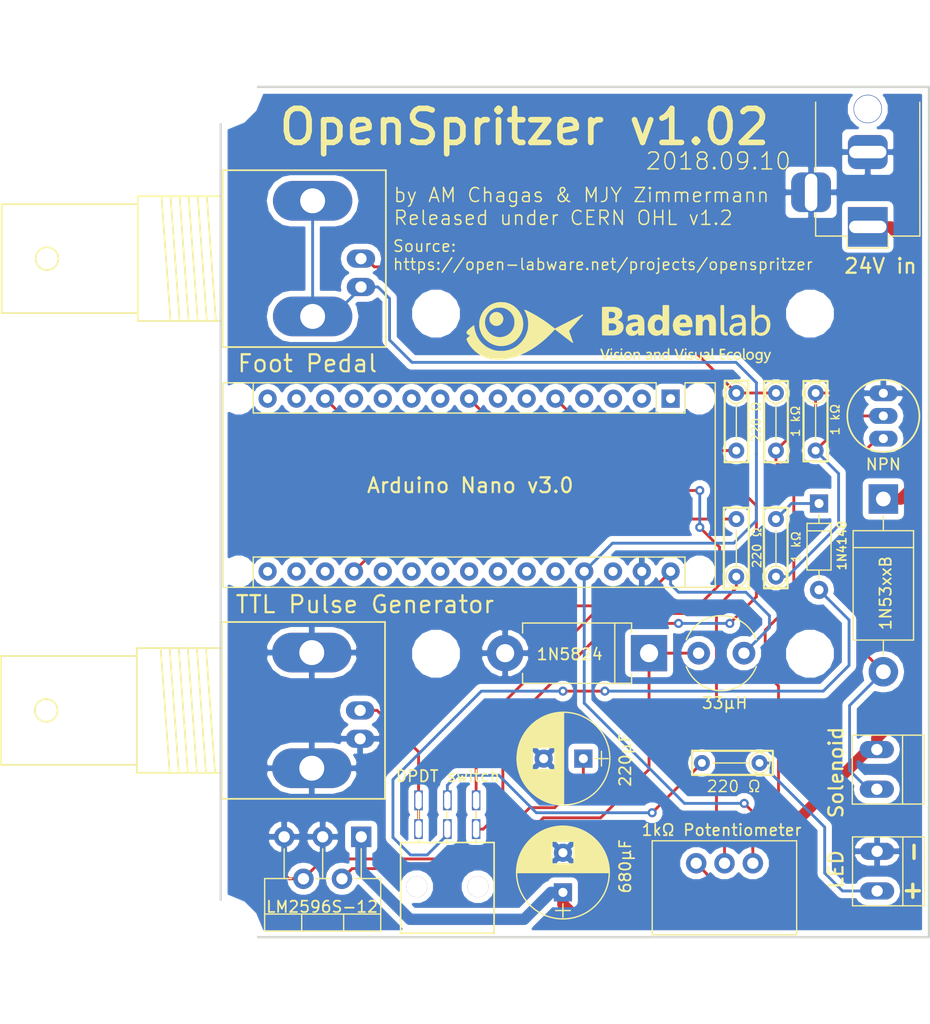
<source format=kicad_pcb>
(kicad_pcb (version 20171130) (host pcbnew "(5.0.0)")
  (layers (0 F.Cu signal) (31 B.Cu signal) (34 B.Paste user) (35 F.Paste user) (36 B.SilkS user) (37 F.SilkS user) (38 B.Mask user) (39 F.Mask user) (44 Edge.Cuts user))
  (net 0 "")
  (net 1 "Net-(A1-Pad16)")
  (net 2 "Net-(A1-Pad15)")
  (net 3 "Net-(A1-Pad30)")
  (net 4 "Net-(A1-Pad14)")
  (net 5 GNDREF)
  (net 6 "Net-(A1-Pad13)")
  (net 7 "Net-(A1-Pad28)")
  (net 8 "Net-(A1-Pad12)")
  (net 9 "Net-(A1-Pad27)")
  (net 10 "Net-(A1-Pad11)")
  (net 11 "Net-(A1-Pad26)")
  (net 12 "Net-(A1-Pad10)")
  (net 13 "Net-(A1-Pad25)")
  (net 14 "Net-(A1-Pad9)")
  (net 15 "Net-(A1-Pad24)")
  (net 16 "Net-(A1-Pad8)")
  (net 17 "Net-(A1-Pad23)")
  (net 18 "Net-(A1-Pad7)")
  (net 19 "Net-(A1-Pad22)")
  (net 20 "Net-(A1-Pad6)")
  (net 21 "Net-(A1-Pad21)")
  (net 22 "Net-(A1-Pad5)")
  (net 23 "Net-(A1-Pad20)")
  (net 24 "Net-(A1-Pad19)")
  (net 25 "Net-(A1-Pad3)")
  (net 26 "Net-(A1-Pad18)")
  (net 27 "Net-(A1-Pad2)")
  (net 28 "Net-(A1-Pad17)")
  (net 29 "Net-(A1-Pad1)")
  (net 30 "Net-(D1-Pad2)")
  (net 31 "Net-(D2-Pad2)")
  (net 32 "Net-(D2-Pad1)")
  (net 33 "Net-(D3-Pad2)")
  (net 34 "Net-(J1-Pad1)")
  (net 35 "Net-(Q1-Pad2)")
  (net 36 "Net-(R1-Pad1)")
  (net 37 "Net-(R2-Pad2)")
  (net 38 "Net-(C1-Pad1)")
  (net 39 "Net-(D4-Pad1)")
  (net 40 "Net-(A1-Pad4)")
  (net 41 "Net-(J4-Pad1)")
  (net 42 "Net-(Q1-Pad1)")
  (module Maxime:BarrelJack_Horizontal_maxime (layer F.Cu) (at 157.1 72.85 270)
    (fp_text reference "" hide)
    (fp_text value "24V in" (at 17.95 -1.125 180) (layer F.SilkS) (effects (font (size 1.3 1.3) (thickness 0.2))))
    (pad 3 thru_hole roundrect (at 11.45 5 270) (size 3.5 3.5) (drill oval 3.3 1.1) (layers *.Cu *.Mask) (net 5 GNDREF))
    (pad 2 thru_hole roundrect (at 7.9 0 270) (size 3 3.5) (drill oval 1.1 3.3) (layers *.Cu *.Mask) (net 5 GNDREF))
    (pad 1 thru_hole rect (at 14.5 0 270) (size 3.5 3.5) (drill oval 1.1 3.3) (layers *.Cu *.Mask) (net 38 "Net-(C1-Pad1)"))
    (pad 4 thru_hole circle (at 4.1 0 270) (size 2.5 2.5) (drill 2.4) (layers *.Cu *.Mask))
  )
  (module Maxime:Potentiometer (layer F.Cu) (at 144.45 143.5 270)
    (fp_text reference "" hide)
    (fp_text value "1kΩ Potentiometer" (at -2.95 0.25 180) (layer F.SilkS))
    (pad 3 thru_hole circle (at -0.02 -2.51 270) (size 1.8 1.8) (drill 1) (layers *.Cu *.Mask) (net 9 "Net-(A1-Pad27)"))
    (pad 2 thru_hole circle (at -0.02 -0.01 270) (size 1.8 1.8) (drill 1) (layers *.Cu *.Mask) (net 36 "Net-(R1-Pad1)"))
    (pad 1 thru_hole circle (at -0.02 2.49 270) (size 1.8 1.8) (drill 1) (layers *.Cu *.Mask) (net 42 "Net-(Q1-Pad1)"))
  )
  (module MountingHole:MountingHole_6.4mm_M6 (layer F.Cu) (at 100 150)
    (fp_text reference "" (at 0 -7.4) (layer F.SilkS))
    (fp_text value "")
    (pad 1 np_thru_hole circle (at 0 0) (size 6.4 6.4) (drill 6.4) (layers *.Cu *.Mask))
  )
  (module MountingHole:MountingHole_6.4mm_M6 (layer F.Cu) (at 100 75)
    (fp_text reference "" (at 0 -7.4) (layer F.SilkS))
    (fp_text value "")
    (pad 1 np_thru_hole circle (at 0 0) (size 6.4 6.4) (drill 6.4) (layers *.Cu *.Mask))
  )
  (module Maxime:OldSowjetaera_Transistor_Type-I_BigPads (layer F.Cu) (at 158.475 104.025 270)
    (fp_text reference "" hide)
    (fp_text value NPN (at 4.275 0 180) (layer F.SilkS))
    (pad 2 thru_hole oval (at 0 0 270) (size 1.4 2.5) (drill 0.8) (layers *.Cu *.Mask) (net 35 "Net-(Q1-Pad2)"))
    (pad 1 thru_hole oval (at -2 0 270) (size 1.4 2.5) (drill 0.8) (layers *.Cu *.Mask) (net 5 GNDREF))
    (pad 3 thru_hole oval (at 2 0 270) (size 1.4 2.5) (drill 0.8) (layers *.Cu *.Mask) (net 33 "Net-(D3-Pad2)"))
  )
  (module Diodes_THT:D_DO-201AD_P12.70mm_Horizontal (layer F.Cu) (at 137.8 124.95 180)
    (fp_text reference "" hide)
    (fp_text value 1N5824 (at 7 -0.1 180) (layer F.SilkS))
    (pad 1 thru_hole rect (at 0 0 180) (size 3.2 3.2) (drill 1.6) (layers *.Cu *.Mask) (net 39 "Net-(D4-Pad1)"))
    (pad 2 thru_hole oval (at 12.7 0 180) (size 3.2 3.2) (drill 1.6) (layers *.Cu *.Mask) (net 5 GNDREF))
  )
  (module Maxime:maxi_DPDT_Angled (layer F.Cu) (at 120 149.65)
    (fp_text reference "" hide)
    (fp_text value "DPDT switch" (at 0.05 -13.85 180) (layer F.SilkS))
    (pad 1 thru_hole rect (at -2.54 -11.72) (size 0.75 1.75) (drill oval 0.55 1.55) (layers *.Cu *.Mask) (net 41 "Net-(J4-Pad1)"))
    (pad 2 thru_hole rect (at 0 -11.72) (size 0.75 1.75) (drill oval 0.55 1.55) (layers *.Cu *.Mask) (net 37 "Net-(R2-Pad2)"))
    (pad 3 thru_hole rect (at 2.54 -11.72) (size 0.75 1.75) (drill oval 0.55 1.55) (layers *.Cu *.Mask) (net 6 "Net-(A1-Pad13)"))
    (pad 4 thru_hole rect (at -2.54 -9.18) (size 0.75 1.75) (drill oval 0.55 1.55) (layers *.Cu *.Mask) (net 41 "Net-(J4-Pad1)"))
    (pad 5 thru_hole rect (at 0 -9.18) (size 0.75 1.75) (drill oval 0.55 1.55) (layers *.Cu *.Mask) (net 31 "Net-(D2-Pad2)"))
    (pad 6 thru_hole rect (at 2.54 -9.18) (size 0.75 1.75) (drill oval 0.55 1.55) (layers *.Cu *.Mask) (net 16 "Net-(A1-Pad8)"))
    (pad 7 thru_hole circle (at -2.7 -4.1) (size 1.85 1.85) (drill 1.85) (layers *.Cu *.Mask))
    (pad 8 thru_hole circle (at 2.7 -4.1) (size 1.85 1.85) (drill 1.85) (layers *.Cu *.Mask))
  )
  (module Capacitors_THT:CP_Radial_D8.0mm_P3.50mm (layer F.Cu) (at 130.2 146.05 90)
    (fp_text reference "" hide)
    (fp_text value 680μF (at 2.3 5.5 90) (layer F.SilkS))
    (pad 1 thru_hole rect (at 0 0 90) (size 1.6 1.6) (drill 0.8) (layers *.Cu *.Mask) (net 38 "Net-(C1-Pad1)"))
    (pad 2 thru_hole circle (at 3.5 0 90) (size 1.6 1.6) (drill 0.8) (layers *.Cu *.Mask) (net 5 GNDREF))
  )
  (module Resistor_THT:R_Axial_DIN0204_L3.6mm_D1.6mm_P5.08mm_Vertical (layer F.Cu) (at 145.5 102 270)
    (fp_text reference "" (at 2.54 -1.92 270) (layer F.SilkS))
    (fp_text value "220 Ω" (at 2.55 -1.75 270) (layer F.SilkS) (effects (font (size 0.75 0.75) (thickness 0.125))))
    (pad 2 thru_hole oval (at 5.08 0 270) (size 1.4 1.4) (drill 0.7) (layers *.Cu *.Mask) (net 22 "Net-(A1-Pad5)"))
    (pad 1 thru_hole circle (at 0 0 270) (size 1.4 1.4) (drill 0.7) (layers *.Cu *.Mask) (net 34 "Net-(J1-Pad1)"))
  )
  (module Resistor_THT:R_Axial_DIN0204_L3.6mm_D1.6mm_P5.08mm_Vertical (layer F.Cu) (at 149 102 270)
    (fp_text reference "" (at 2.54 -1.92 270) (layer F.SilkS))
    (fp_text value "1 kΩ" (at 2.5 -1.725 270) (layer F.SilkS) (effects (font (size 0.75 0.75) (thickness 0.125))))
    (pad 2 thru_hole oval (at 5.08 0 270) (size 1.4 1.4) (drill 0.7) (layers *.Cu *.Mask) (net 42 "Net-(Q1-Pad1)"))
    (pad 1 thru_hole circle (at 0 0 270) (size 1.4 1.4) (drill 0.7) (layers *.Cu *.Mask) (net 34 "Net-(J1-Pad1)"))
  )
  (module Resistor_THT:R_Axial_DIN0204_L3.6mm_D1.6mm_P5.08mm_Vertical (layer F.Cu) (at 152.5 102 270)
    (fp_text reference "" (at 2.54 -1.92 270) (layer F.SilkS))
    (fp_text value "1 kΩ" (at 2.35 -1.725 270) (layer F.SilkS) (effects (font (size 0.75 0.75) (thickness 0.125))))
    (pad 2 thru_hole oval (at 5.08 0 270) (size 1.4 1.4) (drill 0.7) (layers *.Cu *.Mask) (net 35 "Net-(Q1-Pad2)"))
    (pad 1 thru_hole circle (at 0 0 270) (size 1.4 1.4) (drill 0.7) (layers *.Cu *.Mask) (net 42 "Net-(Q1-Pad1)"))
  )
  (module Resistor_THT:R_Axial_DIN0204_L3.6mm_D1.6mm_P5.08mm_Vertical (layer F.Cu) (at 149 118.2 90)
    (fp_text reference "" (at 2.54 -1.92 90) (layer F.SilkS))
    (fp_text value "1 kΩ" (at 2.625 1.775 270) (layer F.SilkS) (effects (font (size 0.75 0.75) (thickness 0.125))))
    (pad 2 thru_hole oval (at 5.08 0 90) (size 1.4 1.4) (drill 0.7) (layers *.Cu *.Mask) (net 32 "Net-(D2-Pad1)"))
    (pad 1 thru_hole circle (at 0 0 90) (size 1.4 1.4) (drill 0.7) (layers *.Cu *.Mask) (net 35 "Net-(Q1-Pad2)"))
  )
  (module Resistor_THT:R_Axial_DIN0204_L3.6mm_D1.6mm_P5.08mm_Vertical (layer F.Cu) (at 145.5 118.2 90)
    (fp_text reference "" (at 2.54 -1.92 90) (layer F.SilkS))
    (fp_text value "220 Ω" (at 2.55 1.825 270) (layer F.SilkS) (effects (font (size 0.75 0.75) (thickness 0.125))))
    (pad 2 thru_hole oval (at 5.08 0 90) (size 1.4 1.4) (drill 0.7) (layers *.Cu *.Mask) (net 24 "Net-(A1-Pad19)"))
    (pad 1 thru_hole circle (at 0 0 90) (size 1.4 1.4) (drill 0.7) (layers *.Cu *.Mask) (net 36 "Net-(R1-Pad1)"))
  )
  (module Capacitors_THT:CP_Radial_D8.0mm_P3.50mm (layer F.Cu) (at 132 134.25 180)
    (fp_text reference "" hide)
    (fp_text value 220μF (at -3.7 -0.1 90) (layer F.SilkS))
    (pad 2 thru_hole circle (at 3.5 0 180) (size 1.6 1.6) (drill 0.8) (layers *.Cu *.Mask) (net 5 GNDREF))
    (pad 1 thru_hole rect (at 0 0 180) (size 1.6 1.6) (drill 0.8) (layers *.Cu *.Mask) (net 3 "Net-(A1-Pad30)"))
  )
  (module Resistor_THT:R_Axial_DIN0204_L3.6mm_D1.6mm_P5.08mm_Vertical (layer F.Cu) (at 147.545479 134.63452 180)
    (fp_text reference "" (at 2.54 -1.92 180) (layer F.SilkS))
    (fp_text value "220 Ω" (at 2.270479 -2.06548 180) (layer F.SilkS) (effects (font (thickness 0.125))))
    (pad 2 thru_hole oval (at 5.08 0 180) (size 1.4 1.4) (drill 0.7) (layers *.Cu *.Mask) (net 37 "Net-(R2-Pad2)"))
    (pad 1 thru_hole circle (at 0 0 180) (size 1.4 1.4) (drill 0.7) (layers *.Cu *.Mask) (net 30 "Net-(D1-Pad2)"))
  )
  (module Mounting_Holes:MountingHole_3.2mm_M3 (layer F.Cu) (at 119 95)
    (fp_text reference "" hide)
    (fp_text value "")
    (pad 1 np_thru_hole circle (at 0 0) (size 3.2 3.2) (drill 3.2) (layers *.Cu *.Mask))
  )
  (module Mounting_Holes:MountingHole_3.2mm_M3 (layer F.Cu) (at 119 125 90)
    (fp_text reference "" hide)
    (fp_text value "")
    (pad 1 np_thru_hole circle (at 0 0 90) (size 3.2 3.2) (drill 3.2) (layers *.Cu *.Mask))
  )
  (module Maxime:maxi_PINHEAD1-2 (layer F.Cu) (at 158.925 142.425 270)
    (fp_text reference "" hide)
    (fp_text value LED (at 1.6 4.625 90) (layer F.SilkS) (effects (font (size 1.25 1.25) (thickness 0.2))))
    (pad 1 thru_hole oval (at 0 1 270) (size 1.51 3.01) (drill 1) (layers *.Cu *.Mask) (net 5 GNDREF))
    (pad 2 thru_hole oval (at 3.5 1 270) (size 1.51 3.01) (drill 1) (layers *.Cu *.Mask) (net 30 "Net-(D1-Pad2)"))
  )
  (module Maxime:maxi_PINHEAD1-2 (layer F.Cu) (at 158.9 133.45 270)
    (fp_text reference "" hide)
    (fp_text value Solenoid (at 2.025 4.6 90) (layer F.SilkS) (effects (font (size 1.25 1.25) (thickness 0.2))))
    (pad 2 thru_hole oval (at 3.5 1 270) (size 1.51 3.01) (drill 1) (layers *.Cu *.Mask) (net 33 "Net-(D3-Pad2)"))
    (pad 1 thru_hole oval (at 0 1 270) (size 1.51 3.01) (drill 1) (layers *.Cu *.Mask) (net 38 "Net-(C1-Pad1)"))
  )
  (module Maxime:BNC_Socket_TYCO-AMP_LargePads (layer F.Cu) (at 107.375 90.15 90)
    (fp_text reference "" (at 0.508 9.652 90) (layer F.SilkS))
    (fp_text value "Foot Pedal" (at -9.25 0.275 180) (layer F.SilkS) (effects (font (size 1.5 1.5) (thickness 0.2))))
    (pad 2 thru_hole oval (at -5.09778 0.7366 90) (size 3.50012 7.00024) (drill 2.19964) (layers *.Cu *.Mask) (net 9 "Net-(A1-Pad27)"))
    (pad 2 thru_hole oval (at 5.10032 0.7366 90) (size 3.50012 7.00024) (drill 2.19964) (layers *.Cu *.Mask) (net 9 "Net-(A1-Pad27)"))
    (pad 1 thru_hole oval (at 0 5.00126 90) (size 1.6002 2.49936) (drill 1.00076) (layers *.Cu *.Mask) (net 34 "Net-(J1-Pad1)"))
    (pad 2 thru_hole oval (at -2.49936 5.00126 90) (size 1.6002 2.49936) (drill 1.00076) (layers *.Cu *.Mask) (net 9 "Net-(A1-Pad27)"))
  )
  (module Modules:Arduino_Nano_WithMountingHoles (layer F.Cu) (at 139.7 102.5 270)
    (fp_text reference "" hide)
    (fp_text value "Arduino Nano v3.0" (at 7.65 17.675) (layer F.SilkS) (effects (font (size 1.3 1.3) (thickness 0.2))))
    (pad 1 thru_hole rect (at 0 0 270) (size 1.6 1.6) (drill 0.8) (layers *.Cu *.Mask) (net 29 "Net-(A1-Pad1)"))
    (pad 17 thru_hole oval (at 15.24 33.02 270) (size 1.6 1.6) (drill 0.8) (layers *.Cu *.Mask) (net 28 "Net-(A1-Pad17)"))
    (pad 2 thru_hole oval (at 0 2.54 270) (size 1.6 1.6) (drill 0.8) (layers *.Cu *.Mask) (net 27 "Net-(A1-Pad2)"))
    (pad 18 thru_hole oval (at 15.24 30.48 270) (size 1.6 1.6) (drill 0.8) (layers *.Cu *.Mask) (net 26 "Net-(A1-Pad18)"))
    (pad 3 thru_hole oval (at 0 5.08 270) (size 1.6 1.6) (drill 0.8) (layers *.Cu *.Mask) (net 25 "Net-(A1-Pad3)"))
    (pad 19 thru_hole oval (at 15.24 27.94 270) (size 1.6 1.6) (drill 0.8) (layers *.Cu *.Mask) (net 24 "Net-(A1-Pad19)"))
    (pad 4 thru_hole oval (at 0 7.62 270) (size 1.6 1.6) (drill 0.8) (layers *.Cu *.Mask) (net 40 "Net-(A1-Pad4)"))
    (pad 20 thru_hole oval (at 15.24 25.4 270) (size 1.6 1.6) (drill 0.8) (layers *.Cu *.Mask) (net 23 "Net-(A1-Pad20)"))
    (pad 5 thru_hole oval (at 0 10.16 270) (size 1.6 1.6) (drill 0.8) (layers *.Cu *.Mask) (net 22 "Net-(A1-Pad5)"))
    (pad 21 thru_hole oval (at 15.24 22.86 270) (size 1.6 1.6) (drill 0.8) (layers *.Cu *.Mask) (net 21 "Net-(A1-Pad21)"))
    (pad 6 thru_hole oval (at 0 12.7 270) (size 1.6 1.6) (drill 0.8) (layers *.Cu *.Mask) (net 20 "Net-(A1-Pad6)"))
    (pad 22 thru_hole oval (at 15.24 20.32 270) (size 1.6 1.6) (drill 0.8) (layers *.Cu *.Mask) (net 19 "Net-(A1-Pad22)"))
    (pad 7 thru_hole oval (at 0 15.24 270) (size 1.6 1.6) (drill 0.8) (layers *.Cu *.Mask) (net 18 "Net-(A1-Pad7)"))
    (pad 23 thru_hole oval (at 15.24 17.78 270) (size 1.6 1.6) (drill 0.8) (layers *.Cu *.Mask) (net 17 "Net-(A1-Pad23)"))
    (pad 8 thru_hole oval (at 0 17.78 270) (size 1.6 1.6) (drill 0.8) (layers *.Cu *.Mask) (net 16 "Net-(A1-Pad8)"))
    (pad 24 thru_hole oval (at 15.24 15.24 270) (size 1.6 1.6) (drill 0.8) (layers *.Cu *.Mask) (net 15 "Net-(A1-Pad24)"))
    (pad 9 thru_hole oval (at 0 20.32 270) (size 1.6 1.6) (drill 0.8) (layers *.Cu *.Mask) (net 14 "Net-(A1-Pad9)"))
    (pad 25 thru_hole oval (at 15.24 12.7 270) (size 1.6 1.6) (drill 0.8) (layers *.Cu *.Mask) (net 13 "Net-(A1-Pad25)"))
    (pad 10 thru_hole oval (at 0 22.86 270) (size 1.6 1.6) (drill 0.8) (layers *.Cu *.Mask) (net 12 "Net-(A1-Pad10)"))
    (pad 26 thru_hole oval (at 15.24 10.16 270) (size 1.6 1.6) (drill 0.8) (layers *.Cu *.Mask) (net 11 "Net-(A1-Pad26)"))
    (pad 11 thru_hole oval (at 0 25.4 270) (size 1.6 1.6) (drill 0.8) (layers *.Cu *.Mask) (net 10 "Net-(A1-Pad11)"))
    (pad 27 thru_hole oval (at 15.24 7.62 270) (size 1.6 1.6) (drill 0.8) (layers *.Cu *.Mask) (net 9 "Net-(A1-Pad27)"))
    (pad 12 thru_hole oval (at 0 27.94 270) (size 1.6 1.6) (drill 0.8) (layers *.Cu *.Mask) (net 8 "Net-(A1-Pad12)"))
    (pad 28 thru_hole oval (at 15.24 5.08 270) (size 1.6 1.6) (drill 0.8) (layers *.Cu *.Mask) (net 7 "Net-(A1-Pad28)"))
    (pad 13 thru_hole oval (at 0 30.48 270) (size 1.6 1.6) (drill 0.8) (layers *.Cu *.Mask) (net 6 "Net-(A1-Pad13)"))
    (pad 29 thru_hole oval (at 15.24 2.54 270) (size 1.6 1.6) (drill 0.8) (layers *.Cu *.Mask) (net 5 GNDREF))
    (pad 14 thru_hole oval (at 0 33.02 270) (size 1.6 1.6) (drill 0.8) (layers *.Cu *.Mask) (net 4 "Net-(A1-Pad14)"))
    (pad 30 thru_hole oval (at 15.24 0 270) (size 1.6 1.6) (drill 0.8) (layers *.Cu *.Mask) (net 3 "Net-(A1-Pad30)"))
    (pad 15 thru_hole oval (at 0 35.56 270) (size 1.6 1.6) (drill 0.8) (layers *.Cu *.Mask) (net 2 "Net-(A1-Pad15)"))
    (pad 16 thru_hole oval (at 15.24 35.56 270) (size 1.6 1.6) (drill 0.8) (layers *.Cu *.Mask) (net 1 "Net-(A1-Pad16)"))
    (pad "" np_thru_hole circle (at 0 -2.54 270) (size 1.78 1.78) (drill 1.78) (layers *.Cu *.Mask))
    (pad "" np_thru_hole circle (at 15.24 -2.54 270) (size 1.78 1.78) (drill 1.78) (layers *.Cu *.Mask))
    (pad "" np_thru_hole circle (at 15.24 38.1 270) (size 1.78 1.78) (drill 1.78) (layers *.Cu *.Mask))
    (pad "" np_thru_hole circle (at 0 38.1 270) (size 1.78 1.78) (drill 1.78) (layers *.Cu *.Mask))
  )
  (module Diodes_THT:D_DO-35_SOD27_P7.62mm_Horizontal (layer F.Cu) (at 152.8 111.75 270)
    (fp_text reference "" hide)
    (fp_text value 1N4148 (at 3.7 -2.025 270) (layer F.SilkS) (effects (font (size 0.75 0.75))))
    (pad 1 thru_hole rect (at 0 0 270) (size 1.6 1.6) (drill 0.8) (layers *.Cu *.Mask) (net 32 "Net-(D2-Pad1)"))
    (pad 2 thru_hole oval (at 7.62 0 270) (size 1.6 1.6) (drill 0.8) (layers *.Cu *.Mask) (net 31 "Net-(D2-Pad2)"))
  )
  (module Diodes_THT:D_DO-201_P15.24mm_Horizontal (layer F.Cu) (at 158.475 111.35 270)
    (fp_text reference "" hide)
    (fp_text value 1N53xxB (at 8.3 -0.2 270) (layer F.SilkS))
    (pad 1 thru_hole rect (at 0 0 270) (size 2.6 2.6) (drill 1.3) (layers *.Cu *.Mask) (net 38 "Net-(C1-Pad1)"))
    (pad 2 thru_hole oval (at 15.24 0 270) (size 2.6 2.6) (drill 1.3) (layers *.Cu *.Mask) (net 33 "Net-(D3-Pad2)"))
  )
  (module Mounting_Holes:MountingHole_3.2mm_M3 (layer F.Cu) (at 152 95)
    (fp_text reference "" (at 0 -4.2) (layer F.SilkS))
    (fp_text value "" hide)
    (pad 1 np_thru_hole circle (at 0 0) (size 3.2 3.2) (drill 3.2) (layers *.Cu *.Mask))
  )
  (module Inductors_THT:L_Radial_D6.0mm_P4.00mm (layer F.Cu) (at 146.175 124.95 180)
    (fp_text reference "" hide)
    (fp_text value 33μH (at 1.7 -4.4) (layer F.SilkS))
    (pad 1 thru_hole circle (at 0 0 180) (size 2 2) (drill 1) (layers *.Cu *.Mask) (net 3 "Net-(A1-Pad30)"))
    (pad 2 thru_hole circle (at 4 0 180) (size 2 2) (drill 1) (layers *.Cu *.Mask) (net 39 "Net-(D4-Pad1)"))
  )
  (module TO_SOT_Packages_THT:TO-220-5_Vertical_StaggeredType1 (layer F.Cu) (at 112.4 141.15 180)
    (fp_text reference "" hide)
    (fp_text value LM2596S-12 (at 3.45 -6.175) (layer F.SilkS))
    (pad 1 thru_hole rect (at 0 0 180) (size 1.8 1.8) (drill 1) (layers *.Cu *.Mask) (net 38 "Net-(C1-Pad1)"))
    (pad 2 thru_hole oval (at 1.7 -3.7 180) (size 1.8 1.8) (drill 1) (layers *.Cu *.Mask) (net 39 "Net-(D4-Pad1)"))
    (pad 3 thru_hole oval (at 3.4 0 180) (size 1.8 1.8) (drill 1) (layers *.Cu *.Mask) (net 5 GNDREF))
    (pad 4 thru_hole oval (at 5.1 -3.7 180) (size 1.8 1.8) (drill 1) (layers *.Cu *.Mask) (net 3 "Net-(A1-Pad30)"))
    (pad 5 thru_hole oval (at 6.8 0 180) (size 1.8 1.8) (drill 1) (layers *.Cu *.Mask) (net 5 GNDREF))
  )
  (module Mounting_Holes:MountingHole_3.2mm_M3 (layer F.Cu) (at 152 125)
    (fp_text reference "" hide)
    (fp_text value "")
    (pad 1 np_thru_hole circle (at 0 0) (size 3.2 3.2) (drill 3.2) (layers *.Cu *.Mask))
  )
  (module Maxime:BNC_Socket_TYCO-AMP_LargePads (layer F.Cu) (at 107.3 130 90)
    (fp_text reference "" (at 0.508 9.652 90) (layer F.SilkS))
    (fp_text value "TTL Pulse Generator" (at 9.35 5.425 180) (layer F.SilkS) (effects (font (size 1.5 1.5) (thickness 0.2))))
    (pad 2 thru_hole oval (at -2.49936 5.00126 90) (size 1.6002 2.49936) (drill 1.00076) (layers *.Cu *.Mask) (net 5 GNDREF))
    (pad 1 thru_hole oval (at 0 5.00126 90) (size 1.6002 2.49936) (drill 1.00076) (layers *.Cu *.Mask) (net 41 "Net-(J4-Pad1)"))
    (pad 2 thru_hole oval (at 5.10032 0.7366 90) (size 3.50012 7.00024) (drill 2.19964) (layers *.Cu *.Mask) (net 5 GNDREF))
    (pad 2 thru_hole oval (at -5.09778 0.7366 90) (size 3.50012 7.00024) (drill 2.19964) (layers *.Cu *.Mask) (net 5 GNDREF))
  )
  (module "Maxime:new_logo 2500" (layer F.Cu) (at 135.275 96.9)
    (fp_text reference "" hide)
    (fp_text value "" hide)
  )
  (gr_line (start 151.43 108.025) (end 151.43 100.95) (layer F.SilkS) (width 0.2))
  (gr_line (start 153.55 108.025) (end 151.45 108.025) (layer F.SilkS) (width 0.2))
  (gr_line (start 153.55 107.975) (end 153.55 108.025) (layer F.SilkS) (width 0.2))
  (gr_line (start 153.55 100.95) (end 153.55 107.975) (layer F.SilkS) (width 0.2))
  (gr_line (start 151.425 100.95) (end 153.55 100.95) (layer F.SilkS) (width 0.2))
  (gr_line (start 147.95 108.075) (end 147.95 100.975) (layer F.SilkS) (width 0.2))
  (gr_line (start 150.05 108.1) (end 148 108.1) (layer F.SilkS) (width 0.2))
  (gr_line (start 150.05 100.95) (end 150.05 108.075) (layer F.SilkS) (width 0.2))
  (gr_line (start 148 100.95) (end 150.05 100.95) (layer F.SilkS) (width 0.2))
  (gr_line (start 144.525 100.925) (end 144.475 100.925) (layer F.SilkS) (width 0.2))
  (gr_line (start 146.55 100.925) (end 144.525 100.925) (layer F.SilkS) (width 0.2))
  (gr_line (start 146.55 108.1) (end 146.55 100.925) (layer F.SilkS) (width 0.2))
  (gr_line (start 144.475 108.1) (end 146.55 108.1) (layer F.SilkS) (width 0.2))
  (gr_line (start 144.475 108.05) (end 144.475 108.1) (layer F.SilkS) (width 0.2))
  (gr_line (start 144.475 108.025) (end 144.475 108.05) (layer F.SilkS) (width 0.2))
  (gr_line (start 144.475 100.95) (end 144.475 108.025) (layer F.SilkS) (width 0.2))
  (gr_line (start 148.720479 135.68452) (end 141.620479 135.68452) (layer F.SilkS) (width 0.2))
  (gr_line (start 148.720479 135.65952) (end 148.720479 135.68452) (layer F.SilkS) (width 0.2))
  (gr_line (start 148.720479 133.55952) (end 148.720479 135.65952) (layer F.SilkS) (width 0.2))
  (gr_line (start 141.620479 133.55952) (end 148.695479 133.55952) (layer F.SilkS) (width 0.2))
  (gr_line (start 141.595479 135.68452) (end 141.595479 133.55952) (layer F.SilkS) (width 0.2))
  (gr_line (start 147.95 119.225) (end 147.925 112.125) (layer F.SilkS) (width 0.2))
  (gr_line (start 150.025 119.225) (end 147.95 119.225) (layer F.SilkS) (width 0.2))
  (gr_line (start 150.025 112.125) (end 150.025 119.225) (layer F.SilkS) (width 0.2))
  (gr_line (start 147.95 112.125) (end 150.025 112.125) (layer F.SilkS) (width 0.2))
  (gr_line (start 144.4 112.125) (end 146.6 112.125) (layer F.SilkS) (width 0.2))
  (gr_line (start 146.6 119.25) (end 146.6 112.15) (layer F.SilkS) (width 0.2))
  (gr_line (start 144.4 119.25) (end 146.6 119.25) (layer F.SilkS) (width 0.2))
  (gr_line (start 144.4 112.15) (end 144.4 119.25) (layer F.SilkS) (width 0.2))
  (gr_text 2018.09.10 (at 137.4 81.55) (layer F.SilkS) (effects (font (size 1.5 1.5) (thickness 0.125)) (justify left)))
  (gr_text "by AM Chagas & MJY Zimmermann\nReleased under CERN OHL v1.2" (at 115.175 85.55) (layer F.SilkS) (effects (font (size 1.25 1.25) (thickness 0.125)) (justify left)))
  (gr_text "Source:\nhttps://open-labware.net/projects/openspritzer" (at 115.125 89.85) (layer F.SilkS) (effects (font (size 1 1) (thickness 0.125)) (justify left)))
  (gr_text "OpenSpritzer v1.02\n\n" (at 126.8 80.95) (layer F.SilkS) (effects (font (size 3 3) (thickness 0.5))))
  (gr_line (start 100 75) (end 100 150) (layer Edge.Cuts) (width 0.2))
  (gr_line (start 100 75) (end 162.5 75) (layer Edge.Cuts) (width 0.2))
  (gr_line (start 162.5 75) (end 162.5 150) (layer Edge.Cuts) (width 0.2))
  (gr_line (start 100 150) (end 162.5 150) (layer Edge.Cuts) (width 0.2))
  (target plus (at 100.013005 150.025366) (size 5) (width 0.15) (layer Edge.Cuts))
  (gr_text + (at 161.075 145.8) (layer F.SilkS) (effects (font (size 1.5 1.5) (thickness 0.3))))
  (gr_text - (at 161.075 142.475 90) (layer F.SilkS) (effects (font (size 1.5 1.5) (thickness 0.3)) (justify mirror)))
  (segment (start 136.665 120.775) (end 139.7 117.74) (width 0.25) (layer F.Cu) (net 3))
  (segment (start 105.9 120.775) (end 136.665 120.775) (width 0.25) (layer F.Cu) (net 3))
  (segment (start 102.625 124.05) (end 105.9 120.775) (width 0.25) (layer F.Cu) (net 3))
  (segment (start 102.625 141.447792) (end 102.625 124.05) (width 0.25) (layer F.Cu) (net 3))
  (segment (start 107.3 144.85) (end 106.027208 144.85) (width 0.25) (layer F.Cu) (net 3))
  (segment (start 106.027208 144.85) (end 102.625 141.447792) (width 0.25) (layer F.Cu) (net 3))
  (segment (start 146.175 124.215) (end 146.175 124.95) (width 0.25) (layer F.Cu) (net 3))
  (segment (start 146.175 124.215) (end 146.175 124.95) (width 0.25) (layer B.Cu) (net 3))
  (segment (start 132 134.25) (end 132 136.05) (width 0.25) (layer F.Cu) (net 3))
  (segment (start 132 136.05) (end 129.475 138.575) (width 0.25) (layer F.Cu) (net 3))
  (segment (start 129.475 138.575) (end 127.275 138.575) (width 0.25) (layer F.Cu) (net 3))
  (segment (start 127.275 138.575) (end 122.75 143.1) (width 0.25) (layer F.Cu) (net 3))
  (segment (start 109.05 143.1) (end 107.3 144.85) (width 0.25) (layer F.Cu) (net 3))
  (segment (start 122.75 143.1) (end 109.05 143.1) (width 0.25) (layer F.Cu) (net 3))
  (segment (start 139.7 118.87137) (end 140.40363 119.575) (width 0.25) (layer B.Cu) (net 3))
  (segment (start 139.7 117.74) (end 139.7 118.87137) (width 0.25) (layer B.Cu) (net 3))
  (segment (start 140.40363 119.575) (end 146.35 119.575) (width 0.25) (layer B.Cu) (net 3))
  (segment (start 146.35 119.575) (end 148.425 121.65) (width 0.25) (layer B.Cu) (net 3))
  (segment (start 148.425 122.7) (end 146.175 124.95) (width 0.25) (layer B.Cu) (net 3))
  (segment (start 148.425 121.65) (end 148.425 122.7) (width 0.25) (layer B.Cu) (net 3))
  (segment (start 152.1 84.3) (end 152.1 86.15) (width 0.25) (layer F.Cu) (net 5))
  (segment (start 109.187166 101.007998) (end 143.974998 101.007998) (width 0.25) (layer B.Cu) (net 5))
  (segment (start 109.22 102.5) (end 117.32 110.6) (width 0.25) (layer F.Cu) (net 6))
  (segment (start 122.54 137.93) (end 122.54 131.735) (width 0.25) (layer F.Cu) (net 6))
  (segment (start 122.54 131.735) (end 129.7 124.575) (width 0.25) (layer F.Cu) (net 6))
  (segment (start 129.7 124.575) (end 129.725 124.575) (width 0.25) (layer F.Cu) (net 6))
  (segment (start 144.025 115.6) (end 142.275 113.85) (width 0.25) (layer F.Cu) (net 6))
  (segment (start 142.275 113.85) (end 142.275 113.85) (width 0.25) (layer F.Cu) (net 6))
  (via (at 142.275 113.85) (size 0.8) (drill 0.4) (layers F.Cu B.Cu) (net 6))
  (via (at 142.275 110.6) (size 0.8) (drill 0.4) (layers F.Cu B.Cu) (net 6))
  (segment (start 117.32 110.6) (end 142.275 110.6) (width 0.25) (layer F.Cu) (net 6))
  (segment (start 142.275 110.6) (end 142.275 113.85) (width 0.25) (layer B.Cu) (net 6))
  (segment (start 129.775 124.575) (end 132.9 121.45) (width 0.25) (layer F.Cu) (net 6))
  (segment (start 129.7 124.575) (end 129.775 124.575) (width 0.25) (layer F.Cu) (net 6))
  (segment (start 141.475 121.45) (end 144.025 118.9) (width 0.25) (layer F.Cu) (net 6))
  (segment (start 132.9 121.45) (end 141.475 121.45) (width 0.25) (layer F.Cu) (net 6))
  (segment (start 144.025 118.9) (end 144.025 115.6) (width 0.25) (layer F.Cu) (net 6))
  (segment (start 108.1116 87.04974) (end 108.1116 95.24778) (width 0.25) (layer B.Cu) (net 9))
  (segment (start 108.1116 85.04968) (end 108.1116 87.04974) (width 0.25) (layer B.Cu) (net 9))
  (segment (start 112.37626 92.73318) (end 112.37626 92.64936) (width 0.25) (layer B.Cu) (net 9))
  (segment (start 109.86166 95.24778) (end 112.37626 92.73318) (width 0.25) (layer B.Cu) (net 9))
  (segment (start 108.1116 95.24778) (end 109.86166 95.24778) (width 0.25) (layer B.Cu) (net 9))
  (segment (start 113.87594 92.64936) (end 114.9 93.67342) (width 0.25) (layer B.Cu) (net 9))
  (segment (start 112.37626 92.64936) (end 113.87594 92.64936) (width 0.25) (layer B.Cu) (net 9))
  (segment (start 114.9 93.67342) (end 114.9 97.325) (width 0.25) (layer B.Cu) (net 9))
  (segment (start 114.9 97.325) (end 116.875 99.3) (width 0.25) (layer B.Cu) (net 9))
  (segment (start 116.875 99.3) (end 145.475 99.3) (width 0.25) (layer B.Cu) (net 9))
  (segment (start 145.475 99.3) (end 147.275 101.1) (width 0.25) (layer B.Cu) (net 9))
  (segment (start 132.08 117.74) (end 132.08 129.38) (width 0.25) (layer B.Cu) (net 9))
  (segment (start 147.275 113.25) (end 147.275 107.325) (width 0.25) (layer B.Cu) (net 9))
  (segment (start 145.275 115.25) (end 147.275 113.25) (width 0.25) (layer B.Cu) (net 9))
  (segment (start 134.57 115.25) (end 145.275 115.25) (width 0.25) (layer B.Cu) (net 9))
  (segment (start 132.08 117.74) (end 134.57 115.25) (width 0.25) (layer B.Cu) (net 9))
  (segment (start 147.275 101.1) (end 147.275 107.325) (width 0.25) (layer B.Cu) (net 9))
  (segment (start 147.275 107.325) (end 147.275 107.475) (width 0.25) (layer B.Cu) (net 9))
  (segment (start 146.96 142.207208) (end 146.95 142.197208) (width 0.25) (layer F.Cu) (net 9))
  (segment (start 146.96 143.48) (end 146.96 142.207208) (width 0.25) (layer F.Cu) (net 9))
  (segment (start 146.95 142.197208) (end 146.95 138.975) (width 0.25) (layer F.Cu) (net 9))
  (segment (start 146.95 138.975) (end 146.95 138.95) (width 0.25) (layer F.Cu) (net 9))
  (segment (start 146.95 138.95) (end 146.2 138.2) (width 0.25) (layer F.Cu) (net 9))
  (segment (start 146.2 138.2) (end 146.175 138.175) (width 0.25) (layer F.Cu) (net 9))
  (via (at 146.2 138.2) (size 0.8) (drill 0.4) (layers F.Cu B.Cu) (net 9))
  (segment (start 132.08 129.38) (end 132.105 129.38) (width 0.25) (layer B.Cu) (net 9))
  (segment (start 140.925 138.2) (end 146.2 138.2) (width 0.25) (layer B.Cu) (net 9))
  (segment (start 132.105 129.38) (end 140.925 138.2) (width 0.25) (layer B.Cu) (net 9))
  (segment (start 121.92 102.5) (end 128.57 109.15) (width 0.25) (layer F.Cu) (net 16))
  (segment (start 123.165 140.47) (end 124.9 138.735) (width 0.25) (layer F.Cu) (net 16))
  (segment (start 122.54 140.47) (end 123.165 140.47) (width 0.25) (layer F.Cu) (net 16))
  (segment (start 124.9 138.735) (end 124.9 131.875) (width 0.25) (layer F.Cu) (net 16))
  (segment (start 124.9 131.875) (end 130.85 125.925) (width 0.25) (layer F.Cu) (net 16))
  (segment (start 130.85 125.925) (end 130.85 125.9) (width 0.25) (layer F.Cu) (net 16))
  (segment (start 130.85 125.9) (end 134.425 122.325) (width 0.25) (layer F.Cu) (net 16))
  (segment (start 128.57 109.15) (end 128.62 109.2) (width 0.25) (layer F.Cu) (net 16))
  (segment (start 128.62 109.2) (end 141.549999 109.2) (width 0.25) (layer F.Cu) (net 16))
  (segment (start 141.549999 109.2) (end 144.525 109.2) (width 0.25) (layer F.Cu) (net 16))
  (segment (start 144.525 109.2) (end 147.275 111.95) (width 0.25) (layer F.Cu) (net 16))
  (segment (start 147.275 111.95) (end 147.275 119.975) (width 0.25) (layer F.Cu) (net 16))
  (segment (start 147.275 119.975) (end 144.925 122.325) (width 0.25) (layer F.Cu) (net 16))
  (segment (start 134.425 122.325) (end 140.4 122.325) (width 0.25) (layer F.Cu) (net 16))
  (segment (start 140.4 122.325) (end 140.4 122.325) (width 0.25) (layer F.Cu) (net 16))
  (via (at 140.4 122.325) (size 0.8) (drill 0.4) (layers F.Cu B.Cu) (net 16))
  (segment (start 140.4 122.325) (end 140.965685 122.325) (width 0.25) (layer B.Cu) (net 16))
  (segment (start 140.965685 122.325) (end 144.95 122.325) (width 0.25) (layer B.Cu) (net 16))
  (segment (start 144.925 122.325) (end 144.925 122.325) (width 0.25) (layer F.Cu) (net 16))
  (via (at 144.925 122.325) (size 0.8) (drill 0.4) (layers F.Cu B.Cu) (net 16))
  (segment (start 134.12 107.08) (end 129.54 102.5) (width 0.25) (layer F.Cu) (net 22))
  (segment (start 145.5 107.08) (end 134.12 107.08) (width 0.25) (layer F.Cu) (net 22))
  (segment (start 116.38 113.12) (end 145.5 113.12) (width 0.25) (layer F.Cu) (net 24))
  (segment (start 111.76 117.74) (end 116.38 113.12) (width 0.25) (layer F.Cu) (net 24))
  (segment (start 147.545479 134.63452) (end 148.55952 134.63452) (width 0.25) (layer B.Cu) (net 30))
  (segment (start 148.55952 135.55452) (end 153.3 140.295) (width 0.25) (layer B.Cu) (net 30))
  (segment (start 148.55952 134.63452) (end 148.55952 135.55452) (width 0.25) (layer B.Cu) (net 30))
  (segment (start 153.3 140.295) (end 153.3 144.35) (width 0.25) (layer B.Cu) (net 30))
  (segment (start 154.875 145.925) (end 157.925 145.925) (width 0.25) (layer B.Cu) (net 30))
  (segment (start 153.3 144.35) (end 154.875 145.925) (width 0.25) (layer B.Cu) (net 30))
  (segment (start 152.8 119.37) (end 155.45 122.02) (width 0.25) (layer B.Cu) (net 31))
  (segment (start 155.45 122.02) (end 155.45 126.025) (width 0.25) (layer B.Cu) (net 31))
  (segment (start 155.45 126.025) (end 153.175 128.3) (width 0.25) (layer B.Cu) (net 31))
  (segment (start 153.175 128.3) (end 133.9 128.3) (width 0.25) (layer B.Cu) (net 31))
  (segment (start 133.9 128.3) (end 133.9 128.3) (width 0.25) (layer B.Cu) (net 31))
  (via (at 133.9 128.3) (size 0.8) (drill 0.4) (layers F.Cu B.Cu) (net 31))
  (segment (start 133.9 128.3) (end 133.334315 128.3) (width 0.25) (layer F.Cu) (net 31))
  (segment (start 133.334315 128.3) (end 130.2 128.3) (width 0.25) (layer F.Cu) (net 31))
  (segment (start 130.2 128.3) (end 130.2 128.3) (width 0.25) (layer F.Cu) (net 31))
  (via (at 130.2 128.3) (size 0.8) (drill 0.4) (layers F.Cu B.Cu) (net 31))
  (segment (start 120 140.97) (end 120 140.47) (width 0.25) (layer B.Cu) (net 31))
  (segment (start 123 128.3) (end 115.2 136.1) (width 0.25) (layer B.Cu) (net 31))
  (segment (start 130.2 128.3) (end 123 128.3) (width 0.25) (layer B.Cu) (net 31))
  (segment (start 115.2 136.1) (end 115.2 141.2) (width 0.25) (layer B.Cu) (net 31))
  (segment (start 115.2 141.2) (end 116.75 142.75) (width 0.25) (layer B.Cu) (net 31))
  (segment (start 116.75 142.75) (end 118.22 142.75) (width 0.25) (layer B.Cu) (net 31))
  (segment (start 118.22 142.75) (end 120 140.97) (width 0.25) (layer B.Cu) (net 31))
  (segment (start 150.37 111.75) (end 152.8 111.75) (width 0.25) (layer B.Cu) (net 32))
  (segment (start 149 113.12) (end 150.37 111.75) (width 0.25) (layer B.Cu) (net 32))
  (segment (start 157.925 106.025) (end 158.475 106.025) (width 0.25) (layer F.Cu) (net 33))
  (segment (start 156.225 107.725) (end 157.925 106.025) (width 0.25) (layer F.Cu) (net 33))
  (segment (start 156.225 124.34) (end 156.225 107.725) (width 0.25) (layer F.Cu) (net 33))
  (segment (start 158.475 126.59) (end 156.225 124.34) (width 0.25) (layer F.Cu) (net 33))
  (segment (start 157.175001 127.889999) (end 158.475 126.59) (width 0.25) (layer B.Cu) (net 33))
  (segment (start 155.49499 129.57001) (end 157.175001 127.889999) (width 0.25) (layer B.Cu) (net 33))
  (segment (start 155.49499 135.29499) (end 155.49499 129.57001) (width 0.25) (layer B.Cu) (net 33))
  (segment (start 157.15 136.95) (end 155.49499 135.29499) (width 0.25) (layer B.Cu) (net 33))
  (segment (start 157.9 136.95) (end 157.15 136.95) (width 0.25) (layer B.Cu) (net 33))
  (segment (start 146.489949 102) (end 149 102) (width 0.25) (layer F.Cu) (net 34))
  (segment (start 145.5 102) (end 146.489949 102) (width 0.25) (layer F.Cu) (net 34))
  (segment (start 112.82584 90.15) (end 113.55084 90.875) (width 0.25) (layer F.Cu) (net 34))
  (segment (start 112.37626 90.15) (end 112.82584 90.15) (width 0.25) (layer F.Cu) (net 34))
  (segment (start 134.375 90.875) (end 145.5 102) (width 0.25) (layer F.Cu) (net 34))
  (segment (start 113.55084 90.875) (end 134.375 90.875) (width 0.25) (layer F.Cu) (net 34))
  (segment (start 155.555 104.025) (end 152.5 107.08) (width 0.25) (layer F.Cu) (net 35))
  (segment (start 158.475 104.025) (end 155.555 104.025) (width 0.25) (layer F.Cu) (net 35))
  (segment (start 149.989949 118.2) (end 154.525 113.664949) (width 0.25) (layer B.Cu) (net 35))
  (segment (start 149 118.2) (end 149.989949 118.2) (width 0.25) (layer B.Cu) (net 35))
  (segment (start 154.525 109.105) (end 152.5 107.08) (width 0.25) (layer B.Cu) (net 35))
  (segment (start 154.525 113.664949) (end 154.525 109.105) (width 0.25) (layer B.Cu) (net 35))
  (segment (start 144.46 140.71) (end 144.46 143.48) (width 0.25) (layer F.Cu) (net 36))
  (segment (start 143.75 140) (end 144.46 140.71) (width 0.25) (layer F.Cu) (net 36))
  (segment (start 143.75 120.939949) (end 143.75 140) (width 0.25) (layer F.Cu) (net 36))
  (segment (start 145.5 118.2) (end 145.5 119.189949) (width 0.25) (layer F.Cu) (net 36))
  (segment (start 145.5 119.189949) (end 143.75 120.939949) (width 0.25) (layer F.Cu) (net 36))
  (segment (start 141.96548 134.63452) (end 142.465479 134.63452) (width 0.25) (layer F.Cu) (net 37))
  (segment (start 142.465479 134.63452) (end 141.76548 135.33452) (width 0.25) (layer F.Cu) (net 37))
  (segment (start 141.76548 135.33452) (end 138.075 139.025) (width 0.25) (layer F.Cu) (net 37))
  (segment (start 138.075 139.025) (end 138.075 139.025) (width 0.25) (layer F.Cu) (net 37))
  (via (at 138.075 139.025) (size 0.8) (drill 0.4) (layers F.Cu B.Cu) (net 37))
  (segment (start 137.025 139.025) (end 138.075 139.025) (width 0.25) (layer B.Cu) (net 37))
  (segment (start 127.85 139.025) (end 137.025 139.025) (width 0.25) (layer B.Cu) (net 37))
  (segment (start 124.55 135.725) (end 127.85 139.025) (width 0.25) (layer B.Cu) (net 37))
  (segment (start 120.875 135.725) (end 124.55 135.725) (width 0.25) (layer B.Cu) (net 37))
  (segment (start 120 137.93) (end 120 136.6) (width 0.25) (layer B.Cu) (net 37))
  (segment (start 120 136.6) (end 120.875 135.725) (width 0.25) (layer B.Cu) (net 37))
  (segment (start 160.025 111.35) (end 160.825 110.55) (width 1) (layer F.Cu) (net 38))
  (segment (start 158.475 111.35) (end 160.025 111.35) (width 1) (layer F.Cu) (net 38))
  (segment (start 157.9 132.445) (end 157.9 133.45) (width 1) (layer F.Cu) (net 38))
  (segment (start 160.825 129.52) (end 157.9 132.445) (width 1) (layer F.Cu) (net 38))
  (segment (start 160.825 110.55) (end 160.825 129.52) (width 1) (layer F.Cu) (net 38))
  (segment (start 112.375 144.1) (end 112.375 141.125) (width 1) (layer B.Cu) (net 38))
  (segment (start 116.7 148.425) (end 112.4 144.125) (width 1) (layer B.Cu) (net 38))
  (segment (start 126.775 148.425) (end 116.7 148.425) (width 1) (layer B.Cu) (net 38))
  (segment (start 130.2 146.05) (end 129.15 146.05) (width 1) (layer B.Cu) (net 38))
  (segment (start 129.15 146.05) (end 126.775 148.425) (width 1) (layer B.Cu) (net 38))
  (segment (start 157.15 133.45) (end 157.9 133.45) (width 0.25) (layer F.Cu) (net 38))
  (segment (start 150.75 139.85) (end 157.15 133.45) (width 1) (layer F.Cu) (net 38))
  (segment (start 150.75 143.65) (end 150.75 139.85) (width 1) (layer F.Cu) (net 38))
  (segment (start 130.2 147.1) (end 131.7 148.6) (width 1) (layer F.Cu) (net 38))
  (segment (start 130.2 146.05) (end 130.2 147.1) (width 1) (layer F.Cu) (net 38))
  (segment (start 131.7 148.6) (end 148.525 148.6) (width 1) (layer F.Cu) (net 38))
  (segment (start 150.75 146.375) (end 150.75 143.65) (width 1) (layer F.Cu) (net 38))
  (segment (start 148.525 148.6) (end 150.75 146.375) (width 1) (layer F.Cu) (net 38))
  (segment (start 160.825 89.075) (end 160.825 110.55) (width 1) (layer F.Cu) (net 38))
  (segment (start 159.1 87.35) (end 160.825 89.075) (width 1) (layer F.Cu) (net 38))
  (segment (start 157.1 87.35) (end 159.1 87.35) (width 1) (layer F.Cu) (net 38))
  (segment (start 137.8 135.2) (end 137.8 124.95) (width 0.25) (layer F.Cu) (net 39))
  (segment (start 139.65 124.95) (end 142.175 124.95) (width 0.25) (layer F.Cu) (net 39))
  (segment (start 137.8 124.95) (end 139.65 124.95) (width 0.25) (layer F.Cu) (net 39))
  (segment (start 111.599999 143.950001) (end 123.999999 143.950001) (width 0.25) (layer F.Cu) (net 39))
  (segment (start 110.7 144.85) (end 111.599999 143.950001) (width 0.25) (layer F.Cu) (net 39))
  (segment (start 123.999999 143.950001) (end 128.475 139.475) (width 0.25) (layer F.Cu) (net 39))
  (segment (start 133.525 139.475) (end 137.8 135.2) (width 0.25) (layer F.Cu) (net 39))
  (segment (start 128.475 139.475) (end 133.525 139.475) (width 0.25) (layer F.Cu) (net 39))
  (segment (start 117.46 136.805) (end 117.46 137.93) (width 0.25) (layer F.Cu) (net 41))
  (segment (start 117.46 133.65906) (end 117.46 136.805) (width 0.25) (layer F.Cu) (net 41))
  (segment (start 113.80094 130) (end 117.46 133.65906) (width 0.25) (layer F.Cu) (net 41))
  (segment (start 112.30126 130) (end 113.80094 130) (width 0.25) (layer F.Cu) (net 41))
  (segment (start 117.46 137.93) (end 117.46 140.47) (width 0.25) (layer F.Cu) (net 41))
  (segment (start 152.5 103.58) (end 152.5 102) (width 0.25) (layer F.Cu) (net 42))
  (segment (start 149 107.08) (end 152.5 103.58) (width 0.25) (layer F.Cu) (net 42))
  (segment (start 158.45 102) (end 158.475 102.025) (width 0.25) (layer F.Cu) (net 42))
  (segment (start 152.5 102) (end 155.425 102) (width 0.25) (layer F.Cu) (net 42))
  (segment (start 149 108.069949) (end 150.575 109.644949) (width 0.25) (layer F.Cu) (net 42))
  (segment (start 149 107.08) (end 149 108.069949) (width 0.25) (layer F.Cu) (net 42))
  (segment (start 150.575 109.644949) (end 150.575 120.4) (width 0.25) (layer F.Cu) (net 42))
  (segment (start 150.575 120.4) (end 148.05 122.925) (width 0.25) (layer F.Cu) (net 42))
  (segment (start 142.859999 144.379999) (end 142.859999 144.409999) (width 0.25) (layer F.Cu) (net 42))
  (segment (start 141.96 143.48) (end 142.859999 144.379999) (width 0.25) (layer F.Cu) (net 42))
  (segment (start 142.859999 144.409999) (end 144.65 146.2) (width 0.25) (layer F.Cu) (net 42))
  (segment (start 144.65 146.2) (end 147.825 146.2) (width 0.25) (layer F.Cu) (net 42))
  (segment (start 147.825 146.2) (end 149.225 144.8) (width 0.25) (layer F.Cu) (net 42))
  (segment (start 149.225 127.85) (end 148.05 126.675) (width 0.25) (layer F.Cu) (net 42))
  (segment (start 149.225 144.8) (end 149.225 127.85) (width 0.25) (layer F.Cu) (net 42))
  (segment (start 148.05 122.925) (end 148.05 126.675) (width 0.25) (layer F.Cu) (net 42))
  (segment (start 155.425 102) (end 158.45 102) (width 0.25) (layer F.Cu) (net 42))
  (zone (net 5) (net_name GNDREF) (layer B.Cu) (connect_pads (clearance 0.508)) (min_thickness 0.254) (fill yes (arc_segments 16) (thermal_gap 0.508) (thermal_bridge_width 0.508))
    (polygon (pts (xy 100.1 149.9) (xy 100.1 75.1) (xy 162.4 75.05) (xy 162.4 149.95)))
  )
)
</source>
